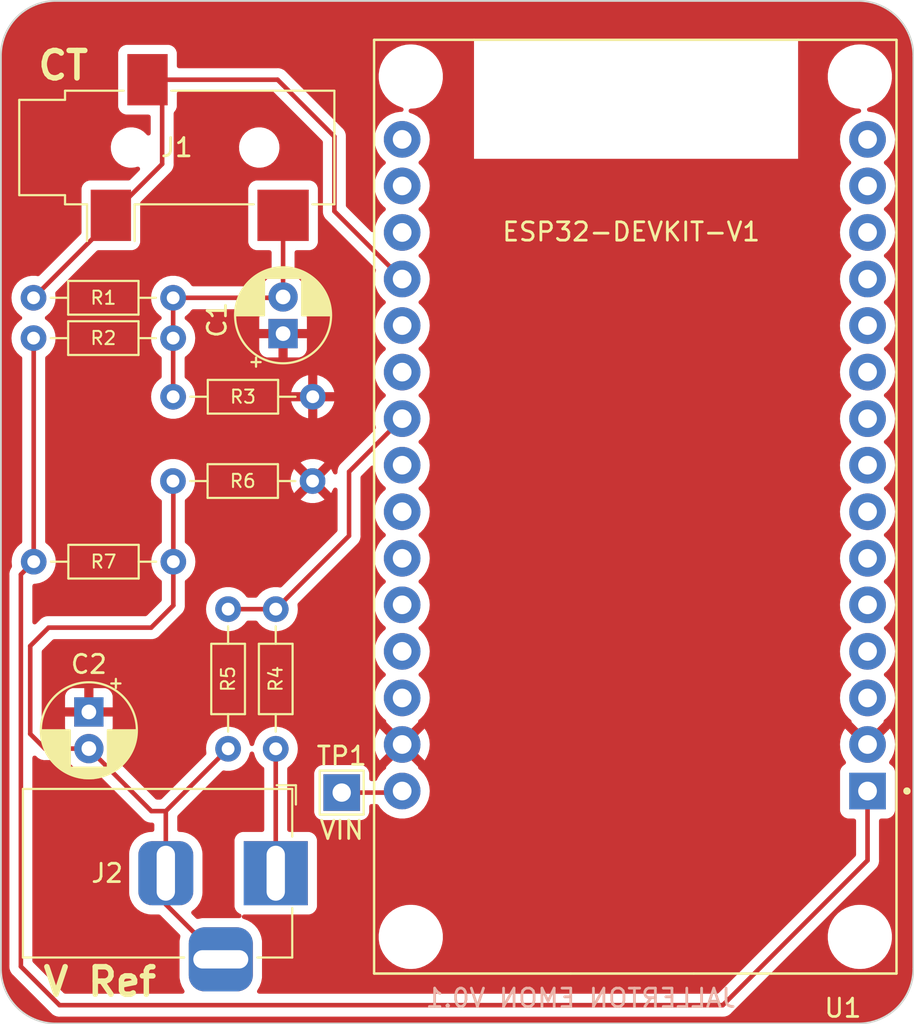
<source format=kicad_pcb>
(kicad_pcb (version 20221018) (generator pcbnew)
  (layers (0 "F.Cu" signal) (31 "B.Cu" signal) (34 "B.Paste" user) (35 "F.Paste" user) (36 "B.SilkS" user "B.Silkscreen") (37 "F.SilkS" user "F.Silkscreen") (38 "B.Mask" user) (39 "F.Mask" user) (44 "Edge.Cuts" user))
  (net 0 "")
  (net 1 "GND")
  (net 2 "Net-(C1-Pad2)")
  (net 3 "/ADC1 CH6")
  (net 4 "+3V3")
  (net 5 "Net-(C2-Pad2)")
  (net 6 "Net-(J2-Pad1)")
  (net 20 "Net-(U1-VIN)")
  (net 31 "/ADC1 CH5")
  (footprint "Capacitor_THT:CP_Radial_D5.0mm_P2.00mm" (layer "F.Cu") (at 144.6 64.8 -90)
    (fp_text reference "C2" (at -2.6 0 -180) (layer "F.SilkS"))
    (fp_text value "10uF")
    (fp_line (start -1.804775 -1.475) (end -1.304775 -1.475) (stroke (width 0.12)) (layer "F.SilkS"))
    (fp_line (start -1.554775 -1.725) (end -1.554775 -1.225) (stroke (width 0.12)) (layer "F.SilkS"))
    (fp_line (start 1 -2.58) (end 1 -1.04) (stroke (width 0.12)) (layer "F.SilkS"))
    (fp_line (start 1 1.04) (end 1 2.58) (stroke (width 0.12)) (layer "F.SilkS"))
    (fp_line (start 1.04 -2.58) (end 1.04 -1.04) (stroke (width 0.12)) (layer "F.SilkS"))
    (fp_line (start 1.04 1.04) (end 1.04 2.58) (stroke (width 0.12)) (layer "F.SilkS"))
    (fp_line (start 1.08 -2.579) (end 1.08 -1.04) (stroke (width 0.12)) (layer "F.SilkS"))
    (fp_line (start 1.08 1.04) (end 1.08 2.579) (stroke (width 0.12)) (layer "F.SilkS"))
    (fp_line (start 1.12 -2.578) (end 1.12 -1.04) (stroke (width 0.12)) (layer "F.SilkS"))
    (fp_line (start 1.12 1.04) (end 1.12 2.578) (stroke (width 0.12)) (layer "F.SilkS"))
    (fp_line (start 1.16 -2.576) (end 1.16 -1.04) (stroke (width 0.12)) (layer "F.SilkS"))
    (fp_line (start 1.16 1.04) (end 1.16 2.576) (stroke (width 0.12)) (layer "F.SilkS"))
    (fp_line (start 1.2 -2.573) (end 1.2 -1.04) (stroke (width 0.12)) (layer "F.SilkS"))
    (fp_line (start 1.2 1.04) (end 1.2 2.573) (stroke (width 0.12)) (layer "F.SilkS"))
    (fp_line (start 1.24 -2.569) (end 1.24 -1.04) (stroke (width 0.12)) (layer "F.SilkS"))
    (fp_line (start 1.24 1.04) (end 1.24 2.569) (stroke (width 0.12)) (layer "F.SilkS"))
    (fp_line (start 1.28 -2.565) (end 1.28 -1.04) (stroke (width 0.12)) (layer "F.SilkS"))
    (fp_line (start 1.28 1.04) (end 1.28 2.565) (stroke (width 0.12)) (layer "F.SilkS"))
    (fp_line (start 1.32 -2.561) (end 1.32 -1.04) (stroke (width 0.12)) (layer "F.SilkS"))
    (fp_line (start 1.32 1.04) (end 1.32 2.561) (stroke (width 0.12)) (layer "F.SilkS"))
    (fp_line (start 1.36 -2.556) (end 1.36 -1.04) (stroke (width 0.12)) (layer "F.SilkS"))
    (fp_line (start 1.36 1.04) (end 1.36 2.556) (stroke (width 0.12)) (layer "F.SilkS"))
    (fp_line (start 1.4 -2.55) (end 1.4 -1.04) (stroke (width 0.12)) (layer "F.SilkS"))
    (fp_line (start 1.4 1.04) (end 1.4 2.55) (stroke (width 0.12)) (layer "F.SilkS"))
    (fp_line (start 1.44 -2.543) (end 1.44 -1.04) (stroke (width 0.12)) (layer "F.SilkS"))
    (fp_line (start 1.44 1.04) (end 1.44 2.543) (stroke (width 0.12)) (layer "F.SilkS"))
    (fp_line (start 1.48 -2.536) (end 1.48 -1.04) (stroke (width 0.12)) (layer "F.SilkS"))
    (fp_line (start 1.48 1.04) (end 1.48 2.536) (stroke (width 0.12)) (layer "F.SilkS"))
    (fp_line (start 1.52 -2.528) (end 1.52 -1.04) (stroke (width 0.12)) (layer "F.SilkS"))
    (fp_line (start 1.52 1.04) (end 1.52 2.528) (stroke (width 0.12)) (layer "F.SilkS"))
    (fp_line (start 1.56 -2.52) (end 1.56 -1.04) (stroke (width 0.12)) (layer "F.SilkS"))
    (fp_line (start 1.56 1.04) (end 1.56 2.52) (stroke (width 0.12)) (layer "F.SilkS"))
    (fp_line (start 1.6 -2.511) (end 1.6 -1.04) (stroke (width 0.12)) (layer "F.SilkS"))
    (fp_line (start 1.6 1.04) (end 1.6 2.511) (stroke (width 0.12)) (layer "F.SilkS"))
    (fp_line (start 1.64 -2.501) (end 1.64 -1.04) (stroke (width 0.12)) (layer "F.SilkS"))
    (fp_line (start 1.64 1.04) (end 1.64 2.501) (stroke (width 0.12)) (layer "F.SilkS"))
    (fp_line (start 1.68 -2.491) (end 1.68 -1.04) (stroke (width 0.12)) (layer "F.SilkS"))
    (fp_line (start 1.68 1.04) (end 1.68 2.491) (stroke (width 0.12)) (layer "F.SilkS"))
    (fp_line (start 1.721 -2.48) (end 1.721 -1.04) (stroke (width 0.12)) (layer "F.SilkS"))
    (fp_line (start 1.721 1.04) (end 1.721 2.48) (stroke (width 0.12)) (layer "F.SilkS"))
    (fp_line (start 1.761 -2.468) (end 1.761 -1.04) (stroke (width 0.12)) (layer "F.SilkS"))
    (fp_line (start 1.761 1.04) (end 1.761 2.468) (stroke (width 0.12)) (layer "F.SilkS"))
    (fp_line (start 1.801 -2.455) (end 1.801 -1.04) (stroke (width 0.12)) (layer "F.SilkS"))
    (fp_line (start 1.801 1.04) (end 1.801 2.455) (stroke (width 0.12)) (layer "F.SilkS"))
    (fp_line (start 1.841 -2.442) (end 1.841 -1.04) (stroke (width 0.12)) (layer "F.SilkS"))
    (fp_line (start 1.841 1.04) (end 1.841 2.442) (stroke (width 0.12)) (layer "F.SilkS"))
    (fp_line (start 1.881 -2.428) (end 1.881 -1.04) (stroke (width 0.12)) (layer "F.SilkS"))
    (fp_line (start 1.881 1.04) (end 1.881 2.428) (stroke (width 0.12)) (layer "F.SilkS"))
    (fp_line (start 1.921 -2.414) (end 1.921 -1.04) (stroke (width 0.12)) (layer "F.SilkS"))
    (fp_line (start 1.921 1.04) (end 1.921 2.414) (stroke (width 0.12)) (layer "F.SilkS"))
    (fp_line (start 1.961 -2.398) (end 1.961 -1.04) (stroke (width 0.12)) (layer "F.SilkS"))
    (fp_line (start 1.961 1.04) (end 1.961 2.398) (stroke (width 0.12)) (layer "F.SilkS"))
    (fp_line (start 2.001 -2.382) (end 2.001 -1.04) (stroke (width 0.12)) (layer "F.SilkS"))
    (fp_line (start 2.001 1.04) (end 2.001 2.382) (stroke (width 0.12)) (layer "F.SilkS"))
    (fp_line (start 2.041 -2.365) (end 2.041 -1.04) (stroke (width 0.12)) (layer "F.SilkS"))
    (fp_line (start 2.041 1.04) (end 2.041 2.365) (stroke (width 0.12)) (layer "F.SilkS"))
    (fp_line (start 2.081 -2.348) (end 2.081 -1.04) (stroke (width 0.12)) (layer "F.SilkS"))
    (fp_line (start 2.081 1.04) (end 2.081 2.348) (stroke (width 0.12)) (layer "F.SilkS"))
    (fp_line (start 2.121 -2.329) (end 2.121 -1.04) (stroke (width 0.12)) (layer "F.SilkS"))
    (fp_line (start 2.121 1.04) (end 2.121 2.329) (stroke (width 0.12)) (layer "F.SilkS"))
    (fp_line (start 2.161 -2.31) (end 2.161 -1.04) (stroke (width 0.12)) (layer "F.SilkS"))
    (fp_line (start 2.161 1.04) (end 2.161 2.31) (stroke (width 0.12)) (layer "F.SilkS"))
    (fp_line (start 2.201 -2.29) (end 2.201 -1.04) (stroke (width 0.12)) (layer "F.SilkS"))
    (fp_line (start 2.201 1.04) (end 2.201 2.29) (stroke (width 0.12)) (layer "F.SilkS"))
    (fp_line (start 2.241 -2.268) (end 2.241 -1.04) (stroke (width 0.12)) (layer "F.SilkS"))
    (fp_line (start 2.241 1.04) (end 2.241 2.268) (stroke (width 0.12)) (layer "F.SilkS"))
    (fp_line (start 2.281 -2.247) (end 2.281 -1.04) (stroke (width 0.12)) (layer "F.SilkS"))
    (fp_line (start 2.281 1.04) (end 2.281 2.247) (stroke (width 0.12)) (layer "F.SilkS"))
    (fp_line (start 2.321 -2.224) (end 2.321 -1.04) (stroke (width 0.12)) (layer "F.SilkS"))
    (fp_line (start 2.321 1.04) (end 2.321 2.224) (stroke (width 0.12)) (layer "F.SilkS"))
    (fp_line (start 2.361 -2.2) (end 2.361 -1.04) (stroke (width 0.12)) (layer "F.SilkS"))
    (fp_line (start 2.361 1.04) (end 2.361 2.2) (stroke (width 0.12)) (layer "F.SilkS"))
    (fp_line (start 2.401 -2.175) (end 2.401 -1.04) (stroke (width 0.12)) (layer "F.SilkS"))
    (fp_line (start 2.401 1.04) (end 2.401 2.175) (stroke (width 0.12)) (layer "F.SilkS"))
    (fp_line (start 2.441 -2.149) (end 2.441 -1.04) (stroke (width 0.12)) (layer "F.SilkS"))
    (fp_line (start 2.441 1.04) (end 2.441 2.149) (stroke (width 0.12)) (layer "F.SilkS"))
    (fp_line (start 2.481 -2.122) (end 2.481 -1.04) (stroke (width 0.12)) (layer "F.SilkS"))
    (fp_line (start 2.481 1.04) (end 2.481 2.122) (stroke (width 0.12)) (layer "F.SilkS"))
    (fp_line (start 2.521 -2.095) (end 2.521 -1.04) (stroke (width 0.12)) (layer "F.SilkS"))
    (fp_line (start 2.521 1.04) (end 2.521 2.095) (stroke (width 0.12)) (layer "F.SilkS"))
    (fp_line (start 2.561 -2.065) (end 2.561 -1.04) (stroke (width 0.12)) (layer "F.SilkS"))
    (fp_line (start 2.561 1.04) (end 2.561 2.065) (stroke (width 0.12)) (layer "F.SilkS"))
    (fp_line (start 2.601 -2.035) (end 2.601 -1.04) (stroke (width 0.12)) (layer "F.SilkS"))
    (fp_line (start 2.601 1.04) (end 2.601 2.035) (stroke (width 0.12)) (layer "F.SilkS"))
    (fp_line (start 2.641 -2.004) (end 2.641 -1.04) (stroke (width 0.12)) (layer "F.SilkS"))
    (fp_line (start 2.641 1.04) (end 2.641 2.004) (stroke (width 0.12)) (layer "F.SilkS"))
    (fp_line (start 2.681 -1.971) (end 2.681 -1.04) (stroke (width 0.12)) (layer "F.SilkS"))
    (fp_line (start 2.681 1.04) (end 2.681 1.971) (stroke (width 0.12)) (layer "F.SilkS"))
    (fp_line (start 2.721 -1.937) (end 2.721 -1.04) (stroke (width 0.12)) (layer "F.SilkS"))
    (fp_line (start 2.721 1.04) (end 2.721 1.937) (stroke (width 0.12)) (layer "F.SilkS"))
    (fp_line (start 2.761 -1.901) (end 2.761 -1.04) (stroke (width 0.12)) (layer "F.SilkS"))
    (fp_line (start 2.761 1.04) (end 2.761 1.901) (stroke (width 0.12)) (layer "F.SilkS"))
    (fp_line (start 2.801 -1.864) (end 2.801 -1.04) (stroke (width 0.12)) (layer "F.SilkS"))
    (fp_line (start 2.801 1.04) (end 2.801 1.864) (stroke (width 0.12)) (layer "F.SilkS"))
    (fp_line (start 2.841 -1.826) (end 2.841 -1.04) (stroke (width 0.12)) (layer "F.SilkS"))
    (fp_line (start 2.841 1.04) (end 2.841 1.826) (stroke (width 0.12)) (layer "F.SilkS"))
    (fp_line (start 2.881 -1.785) (end 2.881 -1.04) (stroke (width 0.12)) (layer "F.SilkS"))
    (fp_line (start 2.881 1.04) (end 2.881 1.785) (stroke (width 0.12)) (layer "F.SilkS"))
    (fp_line (start 2.921 -1.743) (end 2.921 -1.04) (stroke (width 0.12)) (layer "F.SilkS"))
    (fp_line (start 2.921 1.04) (end 2.921 1.743) (stroke (width 0.12)) (layer "F.SilkS"))
    (fp_line (start 2.961 -1.699) (end 2.961 -1.04) (stroke (width 0.12)) (layer "F.SilkS"))
    (fp_line (start 2.961 1.04) (end 2.961 1.699) (stroke (width 0.12)) (layer "F.SilkS"))
    (fp_line (start 3.001 -1.653) (end 3.001 -1.04) (stroke (width 0.12)) (layer "F.SilkS"))
    (fp_line (start 3.001 1.04) (end 3.001 1.653) (stroke (width 0.12)) (layer "F.SilkS"))
    (fp_line (start 3.041 -1.605) (end 3.041 1.605) (stroke (width 0.12)) (layer "F.SilkS"))
    (fp_line (start 3.081 -1.554) (end 3.081 1.554) (stroke (width 0.12)) (layer "F.SilkS"))
    (fp_line (start 3.121 -1.5) (end 3.121 1.5) (stroke (width 0.12)) (layer "F.SilkS"))
    (fp_line (start 3.161 -1.443) (end 3.161 1.443) (stroke (width 0.12)) (layer "F.SilkS"))
    (fp_line (start 3.201 -1.383) (end 3.201 1.383) (stroke (width 0.12)) (layer "F.SilkS"))
    (fp_line (start 3.241 -1.319) (end 3.241 1.319) (stroke (width 0.12)) (layer "F.SilkS"))
    (fp_line (start 3.281 -1.251) (end 3.281 1.251) (stroke (width 0.12)) (layer "F.SilkS"))
    (fp_line (start 3.321 -1.178) (end 3.321 1.178) (stroke (width 0.12)) (layer "F.SilkS"))
    (fp_line (start 3.361 -1.098) (end 3.361 1.098) (stroke (width 0.12)) (layer "F.SilkS"))
    (fp_line (start 3.401 -1.011) (end 3.401 1.011) (stroke (width 0.12)) (layer "F.SilkS"))
    (fp_line (start 3.441 -0.915) (end 3.441 0.915) (stroke (width 0.12)) (layer "F.SilkS"))
    (fp_line (start 3.481 -0.805) (end 3.481 0.805) (stroke (width 0.12)) (layer "F.SilkS"))
    (fp_line (start 3.521 -0.677) (end 3.521 0.677) (stroke (width 0.12)) (layer "F.SilkS"))
    (fp_line (start 3.561 -0.518) (end 3.561 0.518) (stroke (width 0.12)) (layer "F.SilkS"))
    (fp_line (start 3.601 -0.284) (end 3.601 0.284) (stroke (width 0.12)) (layer "F.SilkS"))
    (fp_circle (center 1 0) (end 3.62 0) (stroke (width 0.12)) (fill none) (layer "F.SilkS"))
    (pad "1" thru_hole rect (at 0 0 270) (size 1.6 1.6) (drill 0.8) (layers "*.Cu" "*.Mask") (net 1 "GND"))
    (pad "2" thru_hole circle (at 2 0 270) (size 1.6 1.6) (drill 0.8) (layers "*.Cu" "*.Mask") (net 5 "Net-(C2-Pad2)"))
  )
  (footprint "ESP32-Devkit-V1:MODULE_ESP32_DEVKIT_V1" (layer "F.Cu") (at 174.4 53.6 180)
    (fp_text reference "U1" (at -11.355 -27.36) (layer "F.SilkS"))
    (fp_text value "ESP32-DEVKIT-V1" (at 0.2 15) (layer "F.SilkS"))
    (fp_line (start -14.28 -25.475) (end -3.211 -25.475) (stroke (width 0.127)) (layer "F.SilkS"))
    (fp_line (start -14.28 -25.475) (end 14.23 -25.475) (stroke (width 0.127)) (layer "F.SilkS"))
    (fp_line (start -14.28 25.475) (end -14.28 -25.475) (stroke (width 0.127)) (layer "F.SilkS"))
    (fp_line (start -14.28 25.475) (end -14.28 -25.475) (stroke (width 0.127)) (layer "F.SilkS"))
    (fp_line (start -14.28 25.475) (end -8.91 25.475) (stroke (width 0.127)) (layer "F.SilkS"))
    (fp_line (start -8.91 25.475) (end 8.78 25.475) (stroke (width 0.127)) (layer "F.SilkS"))
    (fp_line (start -3.211 -25.475) (end 3.5 -25.475) (stroke (width 0.127)) (layer "F.SilkS"))
    (fp_line (start 3.5 -25.475) (end 14.23 -25.475) (stroke (width 0.127)) (layer "F.SilkS"))
    (fp_line (start 8.78 25.475) (end 14.23 25.475) (stroke (width 0.127)) (layer "F.SilkS"))
    (fp_line (start 14.23 -25.475) (end 14.23 25.475) (stroke (width 0.127)) (layer "F.SilkS"))
    (fp_line (start 14.23 -25.475) (end 14.23 25.475) (stroke (width 0.127)) (layer "F.SilkS"))
    (fp_line (start 14.23 25.475) (end -14.28 25.475) (stroke (width 0.127)) (layer "F.SilkS"))
    (fp_circle (center -14.85 -15.515) (end -14.75 -15.515) (stroke (width 0.2)) (fill none) (layer "F.SilkS"))
    (pad "" np_thru_hole circle (at -12.28 -23.475 180) (size 3 3) (drill 3) (layers "*.Cu" "*.Mask"))
    (pad "" np_thru_hole circle (at -12.28 23.475 180) (size 3 3) (drill 3) (layers "*.Cu" "*.Mask"))
    (pad "" np_thru_hole circle (at 12.23 -23.475 180) (size 3 3) (drill 3) (layers "*.Cu" "*.Mask"))
    (pad "" np_thru_hole circle (at 12.23 23.475 180) (size 3 3) (drill 3) (layers "*.Cu" "*.Mask"))
    (pad "1" thru_hole rect (at -12.7 -15.515 180) (size 2 2) (drill 1.02) (layers "*.Cu" "*.Mask") (net 4 "+3V3"))
    (pad "2" thru_hole circle (at -12.7 -12.975 180) (size 2 2) (drill 1.02) (layers "*.Cu" "*.Mask") (net 1 "GND"))
    (pad "3" thru_hole circle (at -12.7 -10.435 180) (size 2 2) (drill 1.02) (layers "*.Cu" "*.Mask"))
    (pad "4" thru_hole circle (at -12.7 -7.895 180) (size 2 2) (drill 1.02) (layers "*.Cu" "*.Mask"))
    (pad "5" thru_hole circle (at -12.7 -5.355 180) (size 2 2) (drill 1.02) (layers "*.Cu" "*.Mask"))
    (pad "6" thru_hole circle (at -12.7 -2.815 180) (size 2 2) (drill 1.02) (layers "*.Cu" "*.Mask"))
    (pad "7" thru_hole circle (at -12.7 -0.275 180) (size 2 2) (drill 1.02) (layers "*.Cu" "*.Mask"))
    (pad "8" thru_hole circle (at -12.7 2.265 180) (size 2 2) (drill 1.02) (layers "*.Cu" "*.Mask"))
    (pad "9" thru_hole circle (at -12.7 4.805 180) (size 2 2) (drill 1.02) (layers "*.Cu" "*.Mask"))
    (pad "10" thru_hole circle (at -12.7 7.345 180) (size 2 2) (drill 1.02) (layers "*.Cu" "*.Mask"))
    (pad "11" thru_hole circle (at -12.7 9.885 180) (size 2 2) (drill 1.02) (layers "*.Cu" "*.Mask"))
    (pad "12" thru_hole circle (at -12.7 12.425 180) (size 2 2) (drill 1.02) (layers "*.Cu" "*.Mask"))
    (pad "13" thru_hole circle (at -12.7 14.965 180) (size 2 2) (drill 1.02) (layers "*.Cu" "*.Mask"))
    (pad "14" thru_hole circle (at -12.7 17.505 180) (size 2 2) (drill 1.02) (layers "*.Cu" "*.Mask"))
    (pad "15" thru_hole circle (at -12.7 20.045 180) (size 2 2) (drill 1.02) (layers "*.Cu" "*.Mask"))
    (pad "16" thru_hole circle (at 12.7 20.045 180) (size 2 2) (drill 1.02) (layers "*.Cu" "*.Mask"))
    (pad "17" thru_hole circle (at 12.7 17.505 180) (size 2 2) (drill 1.02) (layers "*.Cu" "*.Mask"))
    (pad "18" thru_hole circle (at 12.7 14.965 180) (size 2 2) (drill 1.02) (layers "*.Cu" "*.Mask"))
    (pad "19" thru_hole circle (at 12.7 12.425 180) (size 2 2) (drill 1.02) (layers "*.Cu" "*.Mask") (net 3 "/ADC1 CH6"))
    (pad "20" thru_hole circle (at 12.7 9.885 180) (size 2 2) (drill 1.02) (layers "*.Cu" "*.Mask"))
    (pad "21" thru_hole circle (at 12.7 7.345 180) (size 2 2) (drill 1.02) (layers "*.Cu" "*.Mask"))
    (pad "22" thru_hole circle (at 12.7 4.805 180) (size 2 2) (drill 1.02) (layers "*.Cu" "*.Mask") (net 31 "/ADC1 CH5"))
    (pad "23" thru_hole circle (at 12.7 2.265 180) (size 2 2) (drill 1.02) (layers "*.Cu" "*.Mask"))
    (pad "24" thru_hole circle (at 12.7 -0.275 180) (size 2 2) (drill 1.02) (layers "*.Cu" "*.Mask"))
    (pad "25" thru_hole circle (at 12.7 -2.815 180) (size 2 2) (drill 1.02) (layers "*.Cu" "*.Mask"))
    (pad "26" thru_hole circle (at 12.7 -5.355 180) (size 2 2) (drill 1.02) (layers "*.Cu" "*.Mask"))
    (pad "27" thru_hole circle (at 12.7 -7.895 180) (size 2 2) (drill 1.02) (layers "*.Cu" "*.Mask"))
    (pad "28" thru_hole circle (at 12.7 -10.435 180) (size 2 2) (drill 1.02) (layers "*.Cu" "*.Mask"))
    (pad "29" thru_hole circle (at 12.7 -12.975 180) (size 2 2) (drill 1.02) (layers "*.Cu" "*.Mask") (net 1 "GND"))
    (pad "30" thru_hole circle (at 12.7 -15.515 180) (size 2 2) (drill 1.02) (layers "*.Cu" "*.Mask") (net 20 "Net-(U1-VIN)"))
    (zone (net 0) (net_name "") (layer "F.Cu") (connect_pads (clearance 0)) (min_thickness 0.01)
      (keepout (tracks not_allowed) (vias not_allowed) (pads not_allowed) (copperpour not_allowed) (footprints allowed))
      (fill (thermal_gap 0.508) (thermal_bridge_width 0.508))
      (polygon (pts (xy 183.31 34.615) (xy 165.62 34.615) (xy 165.62 28.125) (xy 183.31 28.125)))
    )
  )
  (footprint "Resistor_THT:R_Axial_DIN0204_L3.6mm_D1.6mm_P7.62mm_Horizontal" (layer "F.Cu") (at 154.8 59.19 -90)
    (fp_text reference "R4" hide)
    (fp_text value "100K")
    (fp_text user "${REFERENCE}" (at 3.81 0 90) (layer "F.SilkS") (effects (font (size 0.72 0.72) (thickness 0.108))))
    (fp_line (start 0.94 0) (end 1.89 0) (stroke (width 0.12)) (layer "F.SilkS"))
    (fp_line (start 1.89 -0.92) (end 1.89 0.92) (stroke (width 0.12)) (layer "F.SilkS"))
    (fp_line (start 1.89 0.92) (end 5.73 0.92) (stroke (width 0.12)) (layer "F.SilkS"))
    (fp_line (start 5.73 -0.92) (end 1.89 -0.92) (stroke (width 0.12)) (layer "F.SilkS"))
    (fp_line (start 5.73 0.92) (end 5.73 -0.92) (stroke (width 0.12)) (layer "F.SilkS"))
    (fp_line (start 6.68 0) (end 5.73 0) (stroke (width 0.12)) (layer "F.SilkS"))
    (pad "1" thru_hole circle (at 0 0 270) (size 1.4 1.4) (drill 0.7) (layers "*.Cu" "*.Mask") (net 31 "/ADC1 CH5"))
    (pad "2" thru_hole oval (at 7.62 0 270) (size 1.4 1.4) (drill 0.7) (layers "*.Cu" "*.Mask") (net 6 "Net-(J2-Pad1)"))
  )
  (footprint "Resistor_THT:R_Axial_DIN0204_L3.6mm_D1.6mm_P7.62mm_Horizontal" (layer "F.Cu") (at 149.2 47.6)
    (fp_text reference "R3" hide)
    (fp_text value "470K")
    (fp_text user "${REFERENCE}" (at 3.81 0) (layer "F.SilkS") (effects (font (size 0.72 0.72) (thickness 0.108))))
    (fp_line (start 0.94 0) (end 1.89 0) (stroke (width 0.12)) (layer "F.SilkS"))
    (fp_line (start 1.89 -0.92) (end 1.89 0.92) (stroke (width 0.12)) (layer "F.SilkS"))
    (fp_line (start 1.89 0.92) (end 5.73 0.92) (stroke (width 0.12)) (layer "F.SilkS"))
    (fp_line (start 5.73 -0.92) (end 1.89 -0.92) (stroke (width 0.12)) (layer "F.SilkS"))
    (fp_line (start 5.73 0.92) (end 5.73 -0.92) (stroke (width 0.12)) (layer "F.SilkS"))
    (fp_line (start 6.68 0) (end 5.73 0) (stroke (width 0.12)) (layer "F.SilkS"))
    (pad "1" thru_hole circle (at 0 0) (size 1.4 1.4) (drill 0.7) (layers "*.Cu" "*.Mask") (net 2 "Net-(C1-Pad2)"))
    (pad "2" thru_hole oval (at 7.62 0) (size 1.4 1.4) (drill 0.7) (layers "*.Cu" "*.Mask") (net 1 "GND"))
  )
  (footprint "TestPoint:TestPoint_THTPad_2.0x2.0mm_Drill1.0mm" (layer "F.Cu") (at 158.4 69.2)
    (fp_text reference "TP1" (at 0 -1.998) (layer "F.SilkS"))
    (fp_text value "VIN" (at 0 2.05) (layer "F.SilkS"))
    (fp_line (start -1.2 -1.2) (end 1.2 -1.2) (stroke (width 0.12)) (layer "F.SilkS"))
    (fp_line (start -1.2 1.2) (end -1.2 -1.2) (stroke (width 0.12)) (layer "F.SilkS"))
    (fp_line (start 1.2 -1.2) (end 1.2 1.2) (stroke (width 0.12)) (layer "F.SilkS"))
    (fp_line (start 1.2 1.2) (end -1.2 1.2) (stroke (width 0.12)) (layer "F.SilkS"))
    (pad "1" thru_hole rect (at 0 0) (size 2 2) (drill 1) (layers "*.Cu" "*.Mask") (net 20 "Net-(U1-VIN)"))
  )
  (footprint "Resistor_THT:R_Axial_DIN0204_L3.6mm_D1.6mm_P7.62mm_Horizontal" (layer "F.Cu") (at 141.58 44.4)
    (fp_text reference "R2" hide)
    (fp_text value "470K")
    (fp_text user "${REFERENCE}" (at 3.81 0) (layer "F.SilkS") (effects (font (size 0.72 0.72) (thickness 0.108))))
    (fp_line (start 0.94 0) (end 1.89 0) (stroke (width 0.12)) (layer "F.SilkS"))
    (fp_line (start 1.89 -0.92) (end 1.89 0.92) (stroke (width 0.12)) (layer "F.SilkS"))
    (fp_line (start 1.89 0.92) (end 5.73 0.92) (stroke (width 0.12)) (layer "F.SilkS"))
    (fp_line (start 5.73 -0.92) (end 1.89 -0.92) (stroke (width 0.12)) (layer "F.SilkS"))
    (fp_line (start 5.73 0.92) (end 5.73 -0.92) (stroke (width 0.12)) (layer "F.SilkS"))
    (fp_line (start 6.68 0) (end 5.73 0) (stroke (width 0.12)) (layer "F.SilkS"))
    (pad "1" thru_hole circle (at 0 0) (size 1.4 1.4) (drill 0.7) (layers "*.Cu" "*.Mask") (net 4 "+3V3"))
    (pad "2" thru_hole oval (at 7.62 0) (size 1.4 1.4) (drill 0.7) (layers "*.Cu" "*.Mask") (net 2 "Net-(C1-Pad2)"))
  )
  (footprint "Resistor_THT:R_Axial_DIN0204_L3.6mm_D1.6mm_P7.62mm_Horizontal" (layer "F.Cu") (at 149.2 42.2 180)
    (fp_text reference "R1" hide)
    (fp_text value "18R")
    (fp_text user "${REFERENCE}" (at 3.81 0) (layer "F.SilkS") (effects (font (size 0.72 0.72) (thickness 0.108))))
    (fp_line (start 0.94 0) (end 1.89 0) (stroke (width 0.12)) (layer "F.SilkS"))
    (fp_line (start 1.89 -0.92) (end 1.89 0.92) (stroke (width 0.12)) (layer "F.SilkS"))
    (fp_line (start 1.89 0.92) (end 5.73 0.92) (stroke (width 0.12)) (layer "F.SilkS"))
    (fp_line (start 5.73 -0.92) (end 1.89 -0.92) (stroke (width 0.12)) (layer "F.SilkS"))
    (fp_line (start 5.73 0.92) (end 5.73 -0.92) (stroke (width 0.12)) (layer "F.SilkS"))
    (fp_line (start 6.68 0) (end 5.73 0) (stroke (width 0.12)) (layer "F.SilkS"))
    (pad "1" thru_hole circle (at 0 0 180) (size 1.4 1.4) (drill 0.7) (layers "*.Cu" "*.Mask") (net 2 "Net-(C1-Pad2)"))
    (pad "2" thru_hole oval (at 7.62 0 180) (size 1.4 1.4) (drill 0.7) (layers "*.Cu" "*.Mask") (net 3 "/ADC1 CH6"))
  )
  (footprint "Connector_BarrelJack:BarrelJack_Horizontal" (layer "F.Cu") (at 154.8 73.6)
    (fp_text reference "J2" (at -9.2 0) (layer "F.SilkS"))
    (fp_text value "Barrel_Jack" hide)
    (fp_line (start -13.8 -4.6) (end 0.9 -4.6) (stroke (width 0.12)) (layer "F.SilkS"))
    (fp_line (start -13.8 4.6) (end -13.8 -4.6) (stroke (width 0.12)) (layer "F.SilkS"))
    (fp_line (start -5 4.6) (end -13.8 4.6) (stroke (width 0.12)) (layer "F.SilkS"))
    (fp_line (start 0.05 -4.8) (end 1.1 -4.8) (stroke (width 0.12)) (layer "F.SilkS"))
    (fp_line (start 0.9 -4.6) (end 0.9 -2) (stroke (width 0.12)) (layer "F.SilkS"))
    (fp_line (start 0.9 1.9) (end 0.9 4.6) (stroke (width 0.12)) (layer "F.SilkS"))
    (fp_line (start 0.9 4.6) (end -1 4.6) (stroke (width 0.12)) (layer "F.SilkS"))
    (fp_line (start 1.1 -3.75) (end 1.1 -4.8) (stroke (width 0.12)) (layer "F.SilkS"))
    (pad "1" thru_hole rect (at 0 0) (size 3.5 3.5) (drill oval 1 3) (layers "*.Cu" "*.Mask") (net 6 "Net-(J2-Pad1)"))
    (pad "2" thru_hole roundrect (at -6 0) (size 3 3.5) (drill oval 1 3) (layers "*.Cu" "*.Mask") (net 5 "Net-(C2-Pad2)"))
    (pad "3" thru_hole roundrect (at -3 4.7) (size 3.5 3.5) (drill oval 3 1) (layers "*.Cu" "*.Mask") (net 5 "Net-(C2-Pad2)"))
  )
  (footprint "Connector_Audio:Jack_3.5mm_CUI_SJ-3523-SMT_Horizontal" (layer "F.Cu") (at 149.4 34 90)
    (fp_text reference "J1" hide)
    (fp_text value "SJ-3523-SMT-TR")
    (fp_text user "${REFERENCE}" (at 0 0 180) (layer "F.SilkS"))
    (fp_line (start -3.1 -6.1) (end -2.6 -6.1) (stroke (width 0.12)) (layer "F.SilkS"))
    (fp_line (start -3.1 -4.9) (end -5.1 -4.9) (stroke (width 0.12)) (layer "F.SilkS"))
    (fp_line (start -3.1 -4.9) (end -3.1 -6.1) (stroke (width 0.12)) (layer "F.SilkS"))
    (fp_line (start -3.1 -2.3) (end -5.1 -2.3) (stroke (width 0.12)) (layer "F.SilkS"))
    (fp_line (start -3.1 4.2) (end -3.1 -2.3) (stroke (width 0.12)) (layer "F.SilkS"))
    (fp_line (start -3.1 8.6) (end -3.1 7.4) (stroke (width 0.12)) (layer "F.SilkS"))
    (fp_line (start -2.6 -8.6) (end 2.6 -8.6) (stroke (width 0.12)) (layer "F.SilkS"))
    (fp_line (start -2.6 -6.1) (end -2.6 -8.6) (stroke (width 0.12)) (layer "F.SilkS"))
    (fp_line (start 2.6 -8.6) (end 2.6 -6.1) (stroke (width 0.12)) (layer "F.SilkS"))
    (fp_line (start 2.6 -6.1) (end 3.1 -6.1) (stroke (width 0.12)) (layer "F.SilkS"))
    (fp_line (start 3.1 -6.1) (end 3.1 -2.9) (stroke (width 0.12)) (layer "F.SilkS"))
    (fp_line (start 3.1 -0.3) (end 3.1 8.6) (stroke (width 0.12)) (layer "F.SilkS"))
    (fp_line (start 3.1 8.6) (end -3.1 8.6) (stroke (width 0.12)) (layer "F.SilkS"))
    (pad "" np_thru_hole circle (at 0 -2.5 90) (size 1.7 1.7) (drill 1.7) (layers "*.Cu" "*.Mask"))
    (pad "" np_thru_hole circle (at 0 4.5 90) (size 1.7 1.7) (drill 1.7) (layers "*.Cu" "*.Mask"))
    (pad "R" smd rect (at 3.7 -1.6 90) (size 2.8 2.2) (layers "F.Cu" "F.Paste" "F.Mask") (net 3 "/ADC1 CH6"))
    (pad "S" smd rect (at -3.7 -3.6 90) (size 2.8 2.2) (layers "F.Cu" "F.Paste" "F.Mask") (net 3 "/ADC1 CH6"))
    (pad "T" smd rect (at -3.7 5.8 90) (size 2.8 2.8) (layers "F.Cu" "F.Paste" "F.Mask") (net 2 "Net-(C1-Pad2)"))
  )
  (footprint "Resistor_THT:R_Axial_DIN0204_L3.6mm_D1.6mm_P7.62mm_Horizontal" (layer "F.Cu") (at 152.2 66.81 90)
    (fp_text reference "R5" hide)
    (fp_text value "1K")
    (fp_text user "${REFERENCE}" (at 3.81 0 90) (layer "F.SilkS") (effects (font (size 0.72 0.72) (thickness 0.108))))
    (fp_line (start 0.94 0) (end 1.89 0) (stroke (width 0.12)) (layer "F.SilkS"))
    (fp_line (start 1.89 -0.92) (end 1.89 0.92) (stroke (width 0.12)) (layer "F.SilkS"))
    (fp_line (start 1.89 0.92) (end 5.73 0.92) (stroke (width 0.12)) (layer "F.SilkS"))
    (fp_line (start 5.73 -0.92) (end 1.89 -0.92) (stroke (width 0.12)) (layer "F.SilkS"))
    (fp_line (start 5.73 0.92) (end 5.73 -0.92) (stroke (width 0.12)) (layer "F.SilkS"))
    (fp_line (start 6.68 0) (end 5.73 0) (stroke (width 0.12)) (layer "F.SilkS"))
    (pad "1" thru_hole circle (at 0 0 90) (size 1.4 1.4) (drill 0.7) (layers "*.Cu" "*.Mask") (net 5 "Net-(C2-Pad2)"))
    (pad "2" thru_hole oval (at 7.62 0 90) (size 1.4 1.4) (drill 0.7) (layers "*.Cu" "*.Mask") (net 31 "/ADC1 CH5"))
  )
  (footprint "Resistor_THT:R_Axial_DIN0204_L3.6mm_D1.6mm_P7.62mm_Horizontal" (layer "F.Cu") (at 156.81 52.2 180)
    (fp_text reference "R6" hide)
    (fp_text value "470K")
    (fp_text user "${REFERENCE}" (at 3.81 0) (layer "F.SilkS") (effects (font (size 0.72 0.72) (thickness 0.108))))
    (fp_line (start 0.94 0) (end 1.89 0) (stroke (width 0.12)) (layer "F.SilkS"))
    (fp_line (start 1.89 -0.92) (end 1.89 0.92) (stroke (width 0.12)) (layer "F.SilkS"))
    (fp_line (start 1.89 0.92) (end 5.73 0.92) (stroke (width 0.12)) (layer "F.SilkS"))
    (fp_line (start 5.73 -0.92) (end 1.89 -0.92) (stroke (width 0.12)) (layer "F.SilkS"))
    (fp_line (start 5.73 0.92) (end 5.73 -0.92) (stroke (width 0.12)) (layer "F.SilkS"))
    (fp_line (start 6.68 0) (end 5.73 0) (stroke (width 0.12)) (layer "F.SilkS"))
    (pad "1" thru_hole circle (at 0 0 180) (size 1.4 1.4) (drill 0.7) (layers "*.Cu" "*.Mask") (net 1 "GND"))
    (pad "2" thru_hole oval (at 7.62 0 180) (size 1.4 1.4) (drill 0.7) (layers "*.Cu" "*.Mask") (net 5 "Net-(C2-Pad2)"))
  )
  (footprint "Capacitor_THT:CP_Radial_D5.0mm_P2.00mm" (layer "F.Cu") (at 155.2 44.155113 90)
    (fp_text reference "C1" (at 0.755113 -3.6 90) (layer "F.SilkS"))
    (fp_text value "10uF")
    (fp_line (start -1.804775 -1.475) (end -1.304775 -1.475) (stroke (width 0.12)) (layer "F.SilkS"))
    (fp_line (start -1.554775 -1.725) (end -1.554775 -1.225) (stroke (width 0.12)) (layer "F.SilkS"))
    (fp_line (start 1 -2.58) (end 1 -1.04) (stroke (width 0.12)) (layer "F.SilkS"))
    (fp_line (start 1 1.04) (end 1 2.58) (stroke (width 0.12)) (layer "F.SilkS"))
    (fp_line (start 1.04 -2.58) (end 1.04 -1.04) (stroke (width 0.12)) (layer "F.SilkS"))
    (fp_line (start 1.04 1.04) (end 1.04 2.58) (stroke (width 0.12)) (layer "F.SilkS"))
    (fp_line (start 1.08 -2.579) (end 1.08 -1.04) (stroke (width 0.12)) (layer "F.SilkS"))
    (fp_line (start 1.08 1.04) (end 1.08 2.579) (stroke (width 0.12)) (layer "F.SilkS"))
    (fp_line (start 1.12 -2.578) (end 1.12 -1.04) (stroke (width 0.12)) (layer "F.SilkS"))
    (fp_line (start 1.12 1.04) (end 1.12 2.578) (stroke (width 0.12)) (layer "F.SilkS"))
    (fp_line (start 1.16 -2.576) (end 1.16 -1.04) (stroke (width 0.12)) (layer "F.SilkS"))
    (fp_line (start 1.16 1.04) (end 1.16 2.576) (stroke (width 0.12)) (layer "F.SilkS"))
    (fp_line (start 1.2 -2.573) (end 1.2 -1.04) (stroke (width 0.12)) (layer "F.SilkS"))
    (fp_line (start 1.2 1.04) (end 1.2 2.573) (stroke (width 0.12)) (layer "F.SilkS"))
    (fp_line (start 1.24 -2.569) (end 1.24 -1.04) (stroke (width 0.12)) (layer "F.SilkS"))
    (fp_line (start 1.24 1.04) (end 1.24 2.569) (stroke (width 0.12)) (layer "F.SilkS"))
    (fp_line (start 1.28 -2.565) (end 1.28 -1.04) (stroke (width 0.12)) (layer "F.SilkS"))
    (fp_line (start 1.28 1.04) (end 1.28 2.565) (stroke (width 0.12)) (layer "F.SilkS"))
    (fp_line (start 1.32 -2.561) (end 1.32 -1.04) (stroke (width 0.12)) (layer "F.SilkS"))
    (fp_line (start 1.32 1.04) (end 1.32 2.561) (stroke (width 0.12)) (layer "F.SilkS"))
    (fp_line (start 1.36 -2.556) (end 1.36 -1.04) (stroke (width 0.12)) (layer "F.SilkS"))
    (fp_line (start 1.36 1.04) (end 1.36 2.556) (stroke (width 0.12)) (layer "F.SilkS"))
    (fp_line (start 1.4 -2.55) (end 1.4 -1.04) (stroke (width 0.12)) (layer "F.SilkS"))
    (fp_line (start 1.4 1.04) (end 1.4 2.55) (stroke (width 0.12)) (layer "F.SilkS"))
    (fp_line (start 1.44 -2.543) (end 1.44 -1.04) (stroke (width 0.12)) (layer "F.SilkS"))
    (fp_line (start 1.44 1.04) (end 1.44 2.543) (stroke (width 0.12)) (layer "F.SilkS"))
    (fp_line (start 1.48 -2.536) (end 1.48 -1.04) (stroke (width 0.12)) (layer "F.SilkS"))
    (fp_line (start 1.48 1.04) (end 1.48 2.536) (stroke (width 0.12)) (layer "F.SilkS"))
    (fp_line (start 1.52 -2.528) (end 1.52 -1.04) (stroke (width 0.12)) (layer "F.SilkS"))
    (fp_line (start 1.52 1.04) (end 1.52 2.528) (stroke (width 0.12)) (layer "F.SilkS"))
    (fp_line (start 1.56 -2.52) (end 1.56 -1.04) (stroke (width 0.12)) (layer "F.SilkS"))
    (fp_line (start 1.56 1.04) (end 1.56 2.52) (stroke (width 0.12)) (layer "F.SilkS"))
    (fp_line (start 1.6 -2.511) (end 1.6 -1.04) (stroke (width 0.12)) (layer "F.SilkS"))
    (fp_line (start 1.6 1.04) (end 1.6 2.511) (stroke (width 0.12)) (layer "F.SilkS"))
    (fp_line (start 1.64 -2.501) (end 1.64 -1.04) (stroke (width 0.12)) (layer "F.SilkS"))
    (fp_line (start 1.64 1.04) (end 1.64 2.501) (stroke (width 0.12)) (layer "F.SilkS"))
    (fp_line (start 1.68 -2.491) (end 1.68 -1.04) (stroke (width 0.12)) (layer "F.SilkS"))
    (fp_line (start 1.68 1.04) (end 1.68 2.491) (stroke (width 0.12)) (layer "F.SilkS"))
    (fp_line (start 1.721 -2.48) (end 1.721 -1.04) (stroke (width 0.12)) (layer "F.SilkS"))
    (fp_line (start 1.721 1.04) (end 1.721 2.48) (stroke (width 0.12)) (layer "F.SilkS"))
    (fp_line (start 1.761 -2.468) (end 1.761 -1.04) (stroke (width 0.12)) (layer "F.SilkS"))
    (fp_line (start 1.761 1.04) (end 1.761 2.468) (stroke (width 0.12)) (layer "F.SilkS"))
    (fp_line (start 1.801 -2.455) (end 1.801 -1.04) (stroke (width 0.12)) (layer "F.SilkS"))
    (fp_line (start 1.801 1.04) (end 1.801 2.455) (stroke (width 0.12)) (layer "F.SilkS"))
    (fp_line (start 1.841 -2.442) (end 1.841 -1.04) (stroke (width 0.12)) (layer "F.SilkS"))
    (fp_line (start 1.841 1.04) (end 1.841 2.442) (stroke (width 0.12)) (layer "F.SilkS"))
    (fp_line (start 1.881 -2.428) (end 1.881 -1.04) (stroke (width 0.12)) (layer "F.SilkS"))
    (fp_line (start 1.881 1.04) (end 1.881 2.428) (stroke (width 0.12)) (layer "F.SilkS"))
    (fp_line (start 1.921 -2.414) (end 1.921 -1.04) (stroke (width 0.12)) (layer "F.SilkS"))
    (fp_line (start 1.921 1.04) (end 1.921 2.414) (stroke (width 0.12)) (layer "F.SilkS"))
    (fp_line (start 1.961 -2.398) (end 1.961 -1.04) (stroke (width 0.12)) (layer "F.SilkS"))
    (fp_line (start 1.961 1.04) (end 1.961 2.398) (stroke (width 0.12)) (layer "F.SilkS"))
    (fp_line (start 2.001 -2.382) (end 2.001 -1.04) (stroke (width 0.12)) (layer "F.SilkS"))
    (fp_line (start 2.001 1.04) (end 2.001 2.382) (stroke (width 0.12)) (layer "F.SilkS"))
    (fp_line (start 2.041 -2.365) (end 2.041 -1.04) (stroke (width 0.12)) (layer "F.SilkS"))
    (fp_line (start 2.041 1.04) (end 2.041 2.365) (stroke (width 0.12)) (layer "F.SilkS"))
    (fp_line (start 2.081 -2.348) (end 2.081 -1.04) (stroke (width 0.12)) (layer "F.SilkS"))
    (fp_line (start 2.081 1.04) (end 2.081 2.348) (stroke (width 0.12)) (layer "F.SilkS"))
    (fp_line (start 2.121 -2.329) (end 2.121 -1.04) (stroke (width 0.12)) (layer "F.SilkS"))
    (fp_line (start 2.121 1.04) (end 2.121 2.329) (stroke (width 0.12)) (layer "F.SilkS"))
    (fp_line (start 2.161 -2.31) (end 2.161 -1.04) (stroke (width 0.12)) (layer "F.SilkS"))
    (fp_line (start 2.161 1.04) (end 2.161 2.31) (stroke (width 0.12)) (layer "F.SilkS"))
    (fp_line (start 2.201 -2.29) (end 2.201 -1.04) (stroke (width 0.12)) (layer "F.SilkS"))
    (fp_line (start 2.201 1.04) (end 2.201 2.29) (stroke (width 0.12)) (layer "F.SilkS"))
    (fp_line (start 2.241 -2.268) (end 2.241 -1.04) (stroke (width 0.12)) (layer "F.SilkS"))
    (fp_line (start 2.241 1.04) (end 2.241 2.268) (stroke (width 0.12)) (layer "F.SilkS"))
    (fp_line (start 2.281 -2.247) (end 2.281 -1.04) (stroke (width 0.12)) (layer "F.SilkS"))
    (fp_line (start 2.281 1.04) (end 2.281 2.247) (stroke (width 0.12)) (layer "F.SilkS"))
    (fp_line (start 2.321 -2.224) (end 2.321 -1.04) (stroke (width 0.12)) (layer "F.SilkS"))
    (fp_line (start 2.321 1.04) (end 2.321 2.224) (stroke (width 0.12)) (layer "F.SilkS"))
    (fp_line (start 2.361 -2.2) (end 2.361 -1.04) (stroke (width 0.12)) (layer "F.SilkS"))
    (fp_line (start 2.361 1.04) (end 2.361 2.2) (stroke (width 0.12)) (layer "F.SilkS"))
    (fp_line (start 2.401 -2.175) (end 2.401 -1.04) (stroke (width 0.12)) (layer "F.SilkS"))
    (fp_line (start 2.401 1.04) (end 2.401 2.175) (stroke (width 0.12)) (layer "F.SilkS"))
    (fp_line (start 2.441 -2.149) (end 2.441 -1.04) (stroke (width 0.12)) (layer "F.SilkS"))
    (fp_line (start 2.441 1.04) (end 2.441 2.149) (stroke (width 0.12)) (layer "F.SilkS"))
    (fp_line (start 2.481 -2.122) (end 2.481 -1.04) (stroke (width 0.12)) (layer "F.SilkS"))
    (fp_line (start 2.481 1.04) (end 2.481 2.122) (stroke (width 0.12)) (layer "F.SilkS"))
    (fp_line (start 2.521 -2.095) (end 2.521 -1.04) (stroke (width 0.12)) (layer "F.SilkS"))
    (fp_line (start 2.521 1.04) (end 2.521 2.095) (stroke (width 0.12)) (layer "F.SilkS"))
    (fp_line (start 2.561 -2.065) (end 2.561 -1.04) (stroke (width 0.12)) (layer "F.SilkS"))
    (fp_line (start 2.561 1.04) (end 2.561 2.065) (stroke (width 0.12)) (layer "F.SilkS"))
    (fp_line (start 2.601 -2.035) (end 2.601 -1.04) (stroke (width 0.12)) (layer "F.SilkS"))
    (fp_line (start 2.601 1.04) (end 2.601 2.035) (stroke (width 0.12)) (layer "F.SilkS"))
    (fp_line (start 2.641 -2.004) (end 2.641 -1.04) (stroke (width 0.12)) (layer "F.SilkS"))
    (fp_line (start 2.641 1.04) (end 2.641 2.004) (stroke (width 0.12)) (layer "F.SilkS"))
    (fp_line (start 2.681 -1.971) (end 2.681 -1.04) (stroke (width 0.12)) (layer "F.SilkS"))
    (fp_line (start 2.681 1.04) (end 2.681 1.971) (stroke (width 0.12)) (layer "F.SilkS"))
    (fp_line (start 2.721 -1.937) (end 2.721 -1.04) (stroke (width 0.12)) (layer "F.SilkS"))
    (fp_line (start 2.721 1.04) (end 2.721 1.937) (stroke (width 0.12)) (layer "F.SilkS"))
    (fp_line (start 2.761 -1.901) (end 2.761 -1.04) (stroke (width 0.12)) (layer "F.SilkS"))
    (fp_line (start 2.761 1.04) (end 2.761 1.901) (stroke (width 0.12)) (layer "F.SilkS"))
    (fp_line (start 2.801 -1.864) (end 2.801 -1.04) (stroke (width 0.12)) (layer "F.SilkS"))
    (fp_line (start 2.801 1.04) (end 2.801 1.864) (stroke (width 0.12)) (layer "F.SilkS"))
    (fp_line (start 2.841 -1.826) (end 2.841 -1.04) (stroke (width 0.12)) (layer "F.SilkS"))
    (fp_line (start 2.841 1.04) (end 2.841 1.826) (stroke (width 0.12)) (layer "F.SilkS"))
    (fp_line (start 2.881 -1.785) (end 2.881 -1.04) (stroke (width 0.12)) (layer "F.SilkS"))
    (fp_line (start 2.881 1.04) (end 2.881 1.785) (stroke (width 0.12)) (layer "F.SilkS"))
    (fp_line (start 2.921 -1.743) (end 2.921 -1.04) (stroke (width 0.12)) (layer "F.SilkS"))
    (fp_line (start 2.921 1.04) (end 2.921 1.743) (stroke (width 0.12)) (layer "F.SilkS"))
    (fp_line (start 2.961 -1.699) (end 2.961 -1.04) (stroke (width 0.12)) (layer "F.SilkS"))
    (fp_line (start 2.961 1.04) (end 2.961 1.699) (stroke (width 0.12)) (layer "F.SilkS"))
    (fp_line (start 3.001 -1.653) (end 3.001 -1.04) (stroke (width 0.12)) (layer "F.SilkS"))
    (fp_line (start 3.001 1.04) (end 3.001 1.653) (stroke (width 0.12)) (layer "F.SilkS"))
    (fp_line (start 3.041 -1.605) (end 3.041 1.605) (stroke (width 0.12)) (layer "F.SilkS"))
    (fp_line (start 3.081 -1.554) (end 3.081 1.554) (stroke (width 0.12)) (layer "F.SilkS"))
    (fp_line (start 3.121 -1.5) (end 3.121 1.5) (stroke (width 0.12)) (layer "F.SilkS"))
    (fp_line (start 3.161 -1.443) (end 3.161 1.443) (stroke (width 0.12)) (layer "F.SilkS"))
    (fp_line (start 3.201 -1.383) (end 3.201 1.383) (stroke (width 0.12)) (layer "F.SilkS"))
    (fp_line (start 3.241 -1.319) (end 3.241 1.319) (stroke (width 0.12)) (layer "F.SilkS"))
    (fp_line (start 3.281 -1.251) (end 3.281 1.251) (stroke (width 0.12)) (layer "F.SilkS"))
    (fp_line (start 3.321 -1.178) (end 3.321 1.178) (stroke (width 0.12)) (layer "F.SilkS"))
    (fp_line (start 3.361 -1.098) (end 3.361 1.098) (stroke (width 0.12)) (layer "F.SilkS"))
    (fp_line (start 3.401 -1.011) (end 3.401 1.011) (stroke (width 0.12)) (layer "F.SilkS"))
    (fp_line (start 3.441 -0.915) (end 3.441 0.915) (stroke (width 0.12)) (layer "F.SilkS"))
    (fp_line (start 3.481 -0.805) (end 3.481 0.805) (stroke (width 0.12)) (layer "F.SilkS"))
    (fp_line (start 3.521 -0.677) (end 3.521 0.677) (stroke (width 0.12)) (layer "F.SilkS"))
    (fp_line (start 3.561 -0.518) (end 3.561 0.518) (stroke (width 0.12)) (layer "F.SilkS"))
    (fp_line (start 3.601 -0.284) (end 3.601 0.284) (stroke (width 0.12)) (layer "F.SilkS"))
    (fp_circle (center 1 0) (end 3.62 0) (stroke (width 0.12)) (fill none) (layer "F.SilkS"))
    (pad "1" thru_hole rect (at 0 0 90) (size 1.6 1.6) (drill 0.8) (layers "*.Cu" "*.Mask") (net 1 "GND"))
    (pad "2" thru_hole circle (at 2 0 90) (size 1.6 1.6) (drill 0.8) (layers "*.Cu" "*.Mask") (net 2 "Net-(C1-Pad2)"))
  )
  (footprint "Resistor_THT:R_Axial_DIN0204_L3.6mm_D1.6mm_P7.62mm_Horizontal" (layer "F.Cu") (at 141.59 56.6)
    (fp_text reference "R7" hide)
    (fp_text value "470K")
    (fp_text user "${REFERENCE}" (at 3.81 0) (layer "F.SilkS") (effects (font (size 0.72 0.72) (thickness 0.108))))
    (fp_line (start 0.94 0) (end 1.89 0) (stroke (width 0.12)) (layer "F.SilkS"))
    (fp_line (start 1.89 -0.92) (end 1.89 0.92) (stroke (width 0.12)) (layer "F.SilkS"))
    (fp_line (start 1.89 0.92) (end 5.73 0.92) (stroke (width 0.12)) (layer "F.SilkS"))
    (fp_line (start 5.73 -0.92) (end 1.89 -0.92) (stroke (width 0.12)) (layer "F.SilkS"))
    (fp_line (start 5.73 0.92) (end 5.73 -0.92) (stroke (width 0.12)) (layer "F.SilkS"))
    (fp_line (start 6.68 0) (end 5.73 0) (stroke (width 0.12)) (layer "F.SilkS"))
    (pad "1" thru_hole circle (at 0 0) (size 1.4 1.4) (drill 0.7) (layers "*.Cu" "*.Mask") (net 4 "+3V3"))
    (pad "2" thru_hole oval (at 7.62 0) (size 1.4 1.4) (drill 0.7) (layers "*.Cu" "*.Mask") (net 5 "Net-(C2-Pad2)"))
  )
  (gr_line (start 142.8 26) (end 186.6 26) (stroke (width 0.1)) (layer "Edge.Cuts"))
  (gr_arc (start 142.8 81.8) (mid 140.67868 80.92132) (end 139.8 78.8) (stroke (width 0.1)) (layer "Edge.Cuts"))
  (gr_arc (start 189.6 78.8) (mid 188.72132 80.92132) (end 186.6 81.8) (stroke (width 0.1)) (layer "Edge.Cuts"))
  (gr_arc (start 186.6 26) (mid 188.72132 26.87868) (end 189.6 29) (stroke (width 0.1)) (layer "Edge.Cuts"))
  (gr_line (start 186.6 81.8) (end 142.8 81.8) (stroke (width 0.1)) (layer "Edge.Cuts"))
  (gr_line (start 189.6 29) (end 189.6 78.8) (stroke (width 0.1)) (layer "Edge.Cuts"))
  (gr_arc (start 139.8 29) (mid 140.67868 26.87868) (end 142.8 26) (stroke (width 0.1)) (layer "Edge.Cuts"))
  (gr_line (start 139.8 78.8) (end 139.8 29) (stroke (width 0.1)) (layer "Edge.Cuts"))
  (gr_text "JALLERTON EMON V0.1" (at 180 81) (layer "B.SilkS") (effects (font (size 1 1)) (justify left bottom mirror)))
  (gr_text "CT" (at 143.2 30.4) (layer "F.SilkS") (effects (font (size 1.5 1.5) (thickness 0.3) bold) (justify bottom)))
  (gr_text "V Ref" (at 145.2 80.4) (layer "F.SilkS") (effects (font (size 1.5 1.5) (thickness 0.3) bold) (justify bottom)))
  (segment (start 155.2 42.155113) (end 155.2 37.7) (width 0.25) (layer "F.Cu") (net 2))
  (segment (start 154.6 42.2) (end 155 41.8) (width 0.25) (layer "F.Cu") (net 2))
  (segment (start 149.2 47.6) (end 149.2 44.4) (width 0.25) (layer "F.Cu") (net 2))
  (segment (start 149.2 42.2) (end 149.2 44.4) (width 0.25) (layer "F.Cu") (net 2))
  (segment (start 149.2 42.2) (end 155.155113 42.2) (width 0.25) (layer "F.Cu") (net 2))
  (segment (start 155.155113 42.2) (end 155.2 42.155113) (width 0.25) (layer "F.Cu") (net 2))
  (segment (start 148.6 31.1) (end 147.8 30.3) (width 0.25) (layer "F.Cu") (net 3))
  (segment (start 141.58 42.2) (end 145.8 37.98) (width 0.25) (layer "F.Cu") (net 3))
  (segment (start 158 33.4) (end 158 37.475) (width 0.25) (layer "F.Cu") (net 3))
  (segment (start 158 37.475) (end 161.7 41.175) (width 0.25) (layer "F.Cu") (net 3))
  (segment (start 154.9 30.3) (end 158 33.4) (width 0.25) (layer "F.Cu") (net 3))
  (segment (start 145.8 37.7) (end 148.6 34.9) (width 0.25) (layer "F.Cu") (net 3))
  (segment (start 145.8 37.98) (end 145.8 37.7) (width 0.25) (layer "F.Cu") (net 3))
  (segment (start 147.8 30.3) (end 154.9 30.3) (width 0.25) (layer "F.Cu") (net 3))
  (segment (start 148.6 34.9) (end 148.6 31.1) (width 0.25) (layer "F.Cu") (net 3))
  (segment (start 140.89 78.69) (end 143 80.8) (width 0.25) (layer "F.Cu") (net 4))
  (segment (start 143 80.8) (end 179.2 80.8) (width 0.25) (layer "F.Cu") (net 4))
  (segment (start 140.89 57.3) (end 140.89 78.69) (width 0.25) (layer "F.Cu") (net 4))
  (segment (start 187.1 72.9) (end 187.1 69.115) (width 0.25) (layer "F.Cu") (net 4))
  (segment (start 141.59 56.6) (end 141.59 44.41) (width 0.25) (layer "F.Cu") (net 4))
  (segment (start 179.2 80.8) (end 187.1 72.9) (width 0.25) (layer "F.Cu") (net 4))
  (segment (start 141.59 56.6) (end 140.89 57.3) (width 0.25) (layer "F.Cu") (net 4))
  (segment (start 141.59 44.41) (end 141.58 44.4) (width 0.25) (layer "F.Cu") (net 4))
  (segment (start 148 60.2) (end 142.4 60.2) (width 0.25) (layer "F.Cu") (net 5))
  (segment (start 148.01 70.21) (end 144.6 66.8) (width 0.25) (layer "F.Cu") (net 5))
  (segment (start 149.21 58.99) (end 148 60.2) (width 0.25) (layer "F.Cu") (net 5))
  (segment (start 142.4 60.2) (end 141.4 61.2) (width 0.25) (layer "F.Cu") (net 5))
  (segment (start 142.2 66.8) (end 144.6 66.8) (width 0.25) (layer "F.Cu") (net 5))
  (segment (start 148.8 70.21) (end 148.01 70.21) (width 0.25) (layer "F.Cu") (net 5))
  (segment (start 149.21 56.6) (end 149.21 52.22) (width 0.25) (layer "F.Cu") (net 5))
  (segment (start 148.8 75.3) (end 151.8 78.3) (width 0.25) (layer "F.Cu") (net 5))
  (segment (start 141.4 61.2) (end 141.4 66) (width 0.25) (layer "F.Cu") (net 5))
  (segment (start 148.8 70.21) (end 152.2 66.81) (width 0.25) (layer "F.Cu") (net 5))
  (segment (start 141.4 66) (end 142.2 66.8) (width 0.25) (layer "F.Cu") (net 5))
  (segment (start 148.8 73.6) (end 148.8 70.21) (width 0.25) (layer "F.Cu") (net 5))
  (segment (start 148.8 73.6) (end 148.8 75.3) (width 0.25) (layer "F.Cu") (net 5))
  (segment (start 149.21 52.22) (end 149.19 52.2) (width 0.25) (layer "F.Cu") (net 5))
  (segment (start 149.21 56.6) (end 149.21 58.99) (width 0.25) (layer "F.Cu") (net 5))
  (segment (start 154.8 73.6) (end 154.8 66.81) (width 0.25) (layer "F.Cu") (net 6))
  (segment (start 161.615 69.2) (end 161.7 69.115) (width 0.25) (layer "F.Cu") (net 20))
  (segment (start 158.4 69.2) (end 161.615 69.2) (width 0.25) (layer "F.Cu") (net 20))
  (segment (start 158.8 51.695) (end 158.8 55.19) (width 0.25) (layer "F.Cu") (net 31))
  (segment (start 152.2 59.19) (end 154.8 59.19) (width 0.25) (layer "F.Cu") (net 31))
  (segment (start 161.7 48.795) (end 158.8 51.695) (width 0.25) (layer "F.Cu") (net 31))
  (segment (start 158.8 55.19) (end 154.8 59.19) (width 0.25) (layer "F.Cu") (net 31))
  (zone (net 1) (net_name "GND") (layer "F.Cu") (connect_pads (clearance 0.5)) (min_thickness 0.25) (fill yes (thermal_gap 0.5) (thermal_bridge_width 0.5) (island_removal_mode 1) (island_area_min 10))
    (polygon (pts (xy 139.8 26) (xy 189.6 26) (xy 189.6 81.8) (xy 139.8 81.8)))
  )
)
</source>
